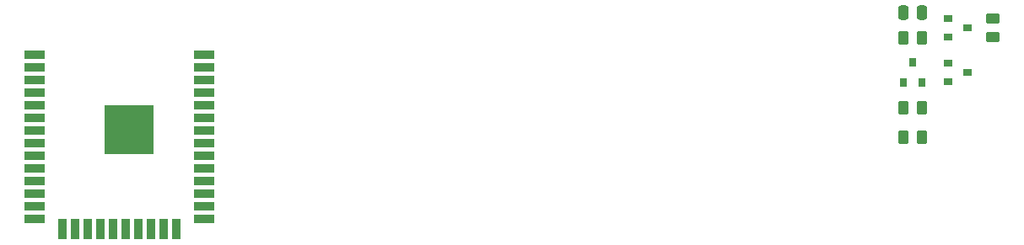
<source format=gbr>
%TF.GenerationSoftware,KiCad,Pcbnew,(5.99.0-6632-gb710573c5)*%
%TF.CreationDate,2020-12-08T22:19:28-05:00*%
%TF.ProjectId,zoom_pad,7a6f6f6d-5f70-4616-942e-6b696361645f,rev?*%
%TF.SameCoordinates,Original*%
%TF.FileFunction,Paste,Bot*%
%TF.FilePolarity,Positive*%
%FSLAX46Y46*%
G04 Gerber Fmt 4.6, Leading zero omitted, Abs format (unit mm)*
G04 Created by KiCad (PCBNEW (5.99.0-6632-gb710573c5)) date 2020-12-08 22:19:28*
%MOMM*%
%LPD*%
G01*
G04 APERTURE LIST*
G04 Aperture macros list*
%AMRoundRect*
0 Rectangle with rounded corners*
0 $1 Rounding radius*
0 $2 $3 $4 $5 $6 $7 $8 $9 X,Y pos of 4 corners*
0 Add a 4 corners polygon primitive as box body*
4,1,4,$2,$3,$4,$5,$6,$7,$8,$9,$2,$3,0*
0 Add four circle primitives for the rounded corners*
1,1,$1+$1,$2,$3,0*
1,1,$1+$1,$4,$5,0*
1,1,$1+$1,$6,$7,0*
1,1,$1+$1,$8,$9,0*
0 Add four rect primitives between the rounded corners*
20,1,$1+$1,$2,$3,$4,$5,0*
20,1,$1+$1,$4,$5,$6,$7,0*
20,1,$1+$1,$6,$7,$8,$9,0*
20,1,$1+$1,$8,$9,$2,$3,0*%
G04 Aperture macros list end*
%ADD10RoundRect,0.250000X-0.450000X0.262500X-0.450000X-0.262500X0.450000X-0.262500X0.450000X0.262500X0*%
%ADD11R,2.000000X0.900000*%
%ADD12R,0.900000X2.000000*%
%ADD13R,5.000000X5.000000*%
%ADD14RoundRect,0.250000X-0.262500X-0.450000X0.262500X-0.450000X0.262500X0.450000X-0.262500X0.450000X0*%
%ADD15RoundRect,0.250000X0.262500X0.450000X-0.262500X0.450000X-0.262500X-0.450000X0.262500X-0.450000X0*%
%ADD16R,0.800000X0.900000*%
%ADD17R,0.900000X0.800000*%
%ADD18RoundRect,0.250000X-0.250000X-0.475000X0.250000X-0.475000X0.250000X0.475000X-0.250000X0.475000X0*%
G04 APERTURE END LIST*
D10*
%TO.C,R2*%
X170500000Y-94412500D03*
X170500000Y-92587500D03*
%TD*%
D11*
%TO.C,U1*%
X74320000Y-96245000D03*
X74320000Y-97515000D03*
X74320000Y-98785000D03*
X74320000Y-100055000D03*
X74320000Y-101325000D03*
X74320000Y-102595000D03*
X74320000Y-103865000D03*
X74320000Y-105135000D03*
X74320000Y-106405000D03*
X74320000Y-107675000D03*
X74320000Y-108945000D03*
X74320000Y-110215000D03*
X74320000Y-111485000D03*
X74320000Y-112755000D03*
D12*
X77105000Y-113755000D03*
X78375000Y-113755000D03*
X79645000Y-113755000D03*
X80915000Y-113755000D03*
X82185000Y-113755000D03*
X83455000Y-113755000D03*
X84725000Y-113755000D03*
X85995000Y-113755000D03*
X87265000Y-113755000D03*
X88535000Y-113755000D03*
D11*
X91320000Y-112755000D03*
X91320000Y-111485000D03*
X91320000Y-110215000D03*
X91320000Y-108945000D03*
X91320000Y-107675000D03*
X91320000Y-106405000D03*
X91320000Y-105135000D03*
X91320000Y-103865000D03*
X91320000Y-102595000D03*
X91320000Y-101325000D03*
X91320000Y-100055000D03*
X91320000Y-98785000D03*
X91320000Y-97515000D03*
X91320000Y-96245000D03*
D13*
X83820000Y-103745000D03*
%TD*%
D14*
%TO.C,R4*%
X163412500Y-101500000D03*
X161587500Y-101500000D03*
%TD*%
%TO.C,R3*%
X163412500Y-104500000D03*
X161587500Y-104500000D03*
%TD*%
D15*
%TO.C,R1*%
X161587500Y-94500000D03*
X163412500Y-94500000D03*
%TD*%
D16*
%TO.C,Q2*%
X162500000Y-97000000D03*
X161550000Y-99000000D03*
X163450000Y-99000000D03*
%TD*%
D17*
%TO.C,Q1*%
X168000000Y-93500000D03*
X166000000Y-92550000D03*
X166000000Y-94450000D03*
%TD*%
%TO.C,D1*%
X168000000Y-98000000D03*
X166000000Y-97050000D03*
X166000000Y-98950000D03*
%TD*%
D18*
%TO.C,C1*%
X163450000Y-92000000D03*
X161550000Y-92000000D03*
%TD*%
M02*

</source>
